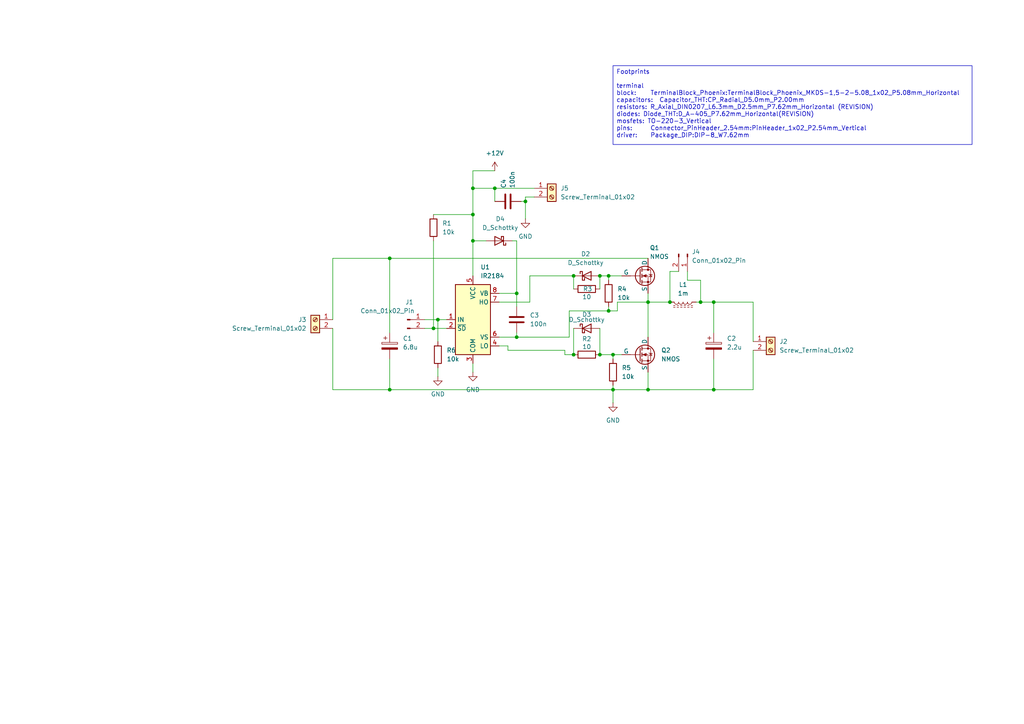
<source format=kicad_sch>
(kicad_sch (version 20231120) (generator "eeschema") (generator_version "8.0")
  (paper "A4")
  (lib_symbols
    (symbol "Connector:Conn_01x02_Pin" (pin_names (offset 1.016) hide)
      (property "Reference" "J" (at 0 2.54 0))
      (property "Value" "Conn_01x02_Pin" (at 0 -5.08 0))
      (symbol "Conn_01x02_Pin_1_1"
        (polyline (pts (xy 1.27 -2.54) (xy 0.8636 -2.54)) (stroke (width 0.1524)))
        (polyline (pts (xy 1.27 0) (xy 0.8636 0)) (stroke (width 0.1524)))
        (rectangle (start 0.8636 -2.413) (end 0 -2.667) (stroke (width 0.1524)) (fill (type outline)))
        (rectangle (start 0.8636 0.127) (end 0 -0.127) (stroke (width 0.1524)) (fill (type outline)))
        (pin passive line (at 5.08 0 180) (length 3.81) (name "Pin_1") (number "1"))
        (pin passive line (at 5.08 -2.54 180) (length 3.81) (name "Pin_2") (number "2"))
      )
    )
    (symbol "Connector:Screw_Terminal_01x02" (pin_names (offset 1.016) hide)
      (property "Reference" "J" (at 0 2.54 0))
      (property "Value" "Screw_Terminal_01x02" (at 0 -5.08 0))
      (symbol "Screw_Terminal_01x02_1_1"
        (rectangle (start -1.27 1.27) (end 1.27 -3.81) (stroke (width 0.254)) (fill (type background)))
        (circle (center 0 -2.54) (radius 0.635) (stroke (width 0.1524)))
        (polyline (pts (xy -0.5334 -2.2098) (xy 0.3302 -3.048)) (stroke (width 0.1524)))
        (polyline (pts (xy -0.5334 0.3302) (xy 0.3302 -0.508)) (stroke (width 0.1524)))
        (polyline (pts (xy -0.3556 -2.032) (xy 0.508 -2.8702)) (stroke (width 0.1524)))
        (polyline (pts (xy -0.3556 0.508) (xy 0.508 -0.3302)) (stroke (width 0.1524)))
        (circle (center 0 0) (radius 0.635) (stroke (width 0.1524)))
        (pin passive line (at -5.08 0 0) (length 3.81) (name "Pin_1") (number "1"))
        (pin passive line (at -5.08 -2.54 0) (length 3.81) (name "Pin_2") (number "2"))
      )
    )
    (symbol "Device:C" (pin_numbers hide) (pin_names (offset 0.254))
      (property "Reference" "C" (at 0.635 2.54 0))
      (property "Value" "C" (at 0.635 -2.54 0))
      (symbol "C_0_1"
        (polyline (pts (xy -2.032 -0.762) (xy 2.032 -0.762)) (stroke (width 0.508)))
        (polyline (pts (xy -2.032 0.762) (xy 2.032 0.762)) (stroke (width 0.508)))
      )
      (symbol "C_1_1"
        (pin passive line (at 0 3.81 270) (length 2.794) (name "~") (number "1"))
        (pin passive line (at 0 -3.81 90) (length 2.794) (name "~") (number "2"))
      )
    )
    (symbol "Device:C_Polarized" (pin_numbers hide) (pin_names (offset 0.254))
      (property "Reference" "C" (at 0.635 2.54 0))
      (property "Value" "C_Polarized" (at 0.635 -2.54 0))
      (symbol "C_Polarized_0_1"
        (rectangle (start -2.286 0.508) (end 2.286 1.016))
        (polyline (pts (xy -1.778 2.286) (xy -0.762 2.286)))
        (polyline (pts (xy -1.27 2.794) (xy -1.27 1.778)))
        (rectangle (start 2.286 -0.508) (end -2.286 -1.016) (fill (type outline)))
      )
      (symbol "C_Polarized_1_1"
        (pin passive line (at 0 3.81 270) (length 2.794) (name "~") (number "1"))
        (pin passive line (at 0 -3.81 90) (length 2.794) (name "~") (number "2"))
      )
    )
    (symbol "Device:D_Schottky" (pin_numbers hide) (pin_names (offset 1.016) hide)
      (property "Reference" "D" (at 0 2.54 0))
      (property "Value" "D_Schottky" (at 0 -2.54 0))
      (symbol "D_Schottky_0_1"
        (polyline (pts (xy 1.27 0) (xy -1.27 0)))
        (polyline (pts (xy 1.27 1.27) (xy 1.27 -1.27) (xy -1.27 0) (xy 1.27 1.27)) (stroke (width 0.254)))
        (polyline (pts (xy -1.905 0.635) (xy -1.905 1.27) (xy -1.27 1.27) (xy -1.27 -1.27) (xy -0.635 -1.27) (xy -0.635 -0.635)) (stroke (width 0.254)))
      )
      (symbol "D_Schottky_1_1"
        (pin passive line (at -3.81 0 0) (length 2.54) (name "K") (number "1"))
        (pin passive line (at 3.81 0 180) (length 2.54) (name "A") (number "2"))
      )
    )
    (symbol "Device:L_Ferrite" (pin_numbers hide) (pin_names (offset 1.016) hide)
      (property "Reference" "L" (at -1.27 0 90))
      (property "Value" "L_Ferrite" (at 2.794 0 90))
      (symbol "L_Ferrite_0_1"
        (arc (start 0 -2.54) (mid 0.6323 -1.905) (end 0 -1.27))
        (arc (start 0 -1.27) (mid 0.6323 -0.635) (end 0 0))
        (polyline (pts (xy 1.016 -2.794) (xy 1.016 -2.286)))
        (polyline (pts (xy 1.016 -1.778) (xy 1.016 -1.27)))
        (polyline (pts (xy 1.016 -0.762) (xy 1.016 -0.254)))
        (polyline (pts (xy 1.016 0.254) (xy 1.016 0.762)))
        (polyline (pts (xy 1.016 1.27) (xy 1.016 1.778)))
        (polyline (pts (xy 1.016 2.286) (xy 1.016 2.794)))
        (polyline (pts (xy 1.524 -2.286) (xy 1.524 -2.794)))
        (polyline (pts (xy 1.524 -1.27) (xy 1.524 -1.778)))
        (polyline (pts (xy 1.524 -0.254) (xy 1.524 -0.762)))
        (polyline (pts (xy 1.524 0.762) (xy 1.524 0.254)))
        (polyline (pts (xy 1.524 1.778) (xy 1.524 1.27)))
        (polyline (pts (xy 1.524 2.794) (xy 1.524 2.286)))
        (arc (start 0 0) (mid 0.6323 0.635) (end 0 1.27))
        (arc (start 0 1.27) (mid 0.6323 1.905) (end 0 2.54))
      )
      (symbol "L_Ferrite_1_1"
        (pin passive line (at 0 3.81 270) (length 1.27) (name "1") (number "1"))
        (pin passive line (at 0 -3.81 90) (length 1.27) (name "2") (number "2"))
      )
    )
    (symbol "Device:R" (pin_numbers hide) (pin_names (offset 0))
      (property "Reference" "R" (at 2.032 0 90))
      (property "Value" "R" (at 0 0 90))
      (symbol "R_0_1"
        (rectangle (start -1.016 -2.54) (end 1.016 2.54) (stroke (width 0.254)))
      )
      (symbol "R_1_1"
        (pin passive line (at 0 3.81 270) (length 1.27) (name "~") (number "1"))
        (pin passive line (at 0 -3.81 90) (length 1.27) (name "~") (number "2"))
      )
    )
    (symbol "Driver_FET:IR2184"
      (property "Reference" "U" (at 1.27 13.335 0))
      (property "Value" "IR2184" (at 1.27 11.43 0))
      (symbol "IR2184_0_1"
        (rectangle (start -5.08 -10.16) (end 5.08 10.16) (stroke (width 0.254)) (fill (type background)))
      )
      (symbol "IR2184_1_1"
        (pin input line (at -7.62 0 0) (length 2.54) (name "IN") (number "1"))
        (pin input line (at -7.62 -2.54 0) (length 2.54) (name "~{SD}") (number "2"))
        (pin power_in line (at 0 -12.7 90) (length 2.54) (name "COM") (number "3"))
        (pin output line (at 7.62 -7.62 180) (length 2.54) (name "LO") (number "4"))
        (pin power_in line (at 0 12.7 270) (length 2.54) (name "VCC") (number "5"))
        (pin passive line (at 7.62 -5.08 180) (length 2.54) (name "VS") (number "6"))
        (pin output line (at 7.62 5.08 180) (length 2.54) (name "HO") (number "7"))
        (pin passive line (at 7.62 7.62 180) (length 2.54) (name "VB") (number "8"))
      )
    )
    (symbol "Simulation_SPICE:NMOS" (pin_numbers hide) (pin_names (offset 0))
      (property "Reference" "Q" (at 5.08 1.27 0))
      (property "Value" "NMOS" (at 5.08 -1.27 0))
      (symbol "NMOS_0_1"
        (polyline (pts (xy 0.254 0) (xy -2.54 0)))
        (polyline (pts (xy 0.254 1.905) (xy 0.254 -1.905)) (stroke (width 0.254)))
        (polyline (pts (xy 0.762 -1.27) (xy 0.762 -2.286)) (stroke (width 0.254)))
        (polyline (pts (xy 0.762 0.508) (xy 0.762 -0.508)) (stroke (width 0.254)))
        (polyline (pts (xy 0.762 2.286) (xy 0.762 1.27)) (stroke (width 0.254)))
        (polyline (pts (xy 2.54 2.54) (xy 2.54 1.778)))
        (polyline (pts (xy 2.54 -2.54) (xy 2.54 0) (xy 0.762 0)))
        (polyline (pts (xy 0.762 -1.778) (xy 3.302 -1.778) (xy 3.302 1.778) (xy 0.762 1.778)))
        (polyline (pts (xy 1.016 0) (xy 2.032 0.381) (xy 2.032 -0.381) (xy 1.016 0)) (fill (type outline)))
        (polyline (pts (xy 2.794 0.508) (xy 2.921 0.381) (xy 3.683 0.381) (xy 3.81 0.254)))
        (polyline (pts (xy 3.302 0.381) (xy 2.921 -0.254) (xy 3.683 -0.254) (xy 3.302 0.381)))
        (circle (center 1.651 0) (radius 2.794) (stroke (width 0.254)))
        (circle (center 2.54 -1.778) (radius 0.254) (fill (type outline)))
        (circle (center 2.54 1.778) (radius 0.254) (fill (type outline)))
      )
      (symbol "NMOS_1_1"
        (pin passive line (at 2.54 5.08 270) (length 2.54) (name "D") (number "1"))
        (pin input line (at -5.08 0 0) (length 2.54) (name "G") (number "2"))
        (pin passive line (at 2.54 -5.08 90) (length 2.54) (name "S") (number "3"))
      )
    )
    (symbol "power:+12V" (power) (pin_numbers hide) (pin_names (offset 0) hide)
      (property "Value" "+12V" (at 0 3.556 0))
      (symbol "+12V_0_1"
        (polyline (pts (xy -0.762 1.27) (xy 0 2.54)))
        (polyline (pts (xy 0 0) (xy 0 2.54)))
        (polyline (pts (xy 0 2.54) (xy 0.762 1.27)))
      )
      (symbol "+12V_1_1"
        (pin power_in line (at 0 0 90) (length 0) (name "~") (number "1"))
      )
    )
    (symbol "power:GND" (power) (pin_numbers hide) (pin_names (offset 0) hide)
      (property "Value" "GND" (at 0 -3.81 0))
      (symbol "GND_0_1"
        (polyline (pts (xy 0 0) (xy 0 -1.27) (xy 1.27 -1.27) (xy 0 -2.54) (xy -1.27 -1.27) (xy 0 -1.27)))
      )
      (symbol "GND_1_1"
        (pin power_in line (at 0 0 270) (length 0) (name "~") (number "1"))
      )
    )
  )
  (junction (at 127 92.71))
  (junction (at 125.73 95.25))
  (junction (at 207.01 87.63))
  (junction (at 137.16 62.23))
  (junction (at 143.51 54.61))
  (junction (at 166.37 80.01))
  (junction (at 187.96 113.03))
  (junction (at 113.03 113.03))
  (junction (at 194.31 87.63))
  (junction (at 177.8 113.03))
  (junction (at 137.16 54.61))
  (junction (at 152.4 58.42))
  (junction (at 113.03 74.93))
  (junction (at 187.96 87.63))
  (junction (at 173.99 80.01))
  (junction (at 203.2 87.63))
  (junction (at 137.16 69.85))
  (junction (at 207.01 113.03))
  (junction (at 149.86 85.09))
  (junction (at 149.86 97.79))
  (junction (at 176.53 80.01))
  (junction (at 173.99 102.87))
  (junction (at 176.53 90.17))
  (junction (at 166.37 102.87))
  (junction (at 177.8 102.87))
  (wire (pts (xy 187.96 107.95) (xy 187.96 113.03)))
  (wire (pts (xy 177.8 113.03) (xy 177.8 116.84)))
  (wire (pts (xy 218.44 99.06) (xy 218.44 87.63)))
  (wire (pts (xy 127 92.71) (xy 129.54 92.71)))
  (wire (pts (xy 176.53 80.01) (xy 173.99 80.01)))
  (wire (pts (xy 144.78 87.63) (xy 153.67 87.63)))
  (wire (pts (xy 123.19 92.71) (xy 127 92.71)))
  (wire (pts (xy 149.86 97.79) (xy 165.1 97.79)))
  (wire (pts (xy 194.31 78.74) (xy 194.31 87.63)))
  (wire (pts (xy 143.51 54.61) (xy 154.94 54.61)))
  (wire (pts (xy 199.39 78.74) (xy 199.39 81.28)))
  (wire (pts (xy 166.37 95.25) (xy 166.37 102.87)))
  (wire (pts (xy 187.96 87.63) (xy 187.96 97.79)))
  (wire (pts (xy 176.53 81.28) (xy 176.53 80.01)))
  (wire (pts (xy 203.2 81.28) (xy 203.2 87.63)))
  (wire (pts (xy 144.78 97.79) (xy 149.86 97.79)))
  (wire (pts (xy 196.85 78.74) (xy 194.31 78.74)))
  (wire (pts (xy 151.13 58.42) (xy 152.4 58.42)))
  (wire (pts (xy 152.4 57.15) (xy 154.94 57.15)))
  (wire (pts (xy 177.8 113.03) (xy 187.96 113.03)))
  (wire (pts (xy 96.52 113.03) (xy 113.03 113.03)))
  (wire (pts (xy 137.16 69.85) (xy 140.97 69.85)))
  (wire (pts (xy 173.99 95.25) (xy 173.99 102.87)))
  (wire (pts (xy 207.01 87.63) (xy 207.01 96.52)))
  (wire (pts (xy 127 109.22) (xy 127 106.68)))
  (wire (pts (xy 149.86 69.85) (xy 149.86 85.09)))
  (wire (pts (xy 218.44 113.03) (xy 207.01 113.03)))
  (wire (pts (xy 187.96 87.63) (xy 194.31 87.63)))
  (wire (pts (xy 137.16 54.61) (xy 137.16 62.23)))
  (wire (pts (xy 173.99 102.87) (xy 177.8 102.87)))
  (wire (pts (xy 96.52 74.93) (xy 96.52 92.71)))
  (wire (pts (xy 125.73 69.85) (xy 125.73 95.25)))
  (wire (pts (xy 165.1 90.17) (xy 176.53 90.17)))
  (wire (pts (xy 179.07 87.63) (xy 187.96 87.63)))
  (wire (pts (xy 149.86 96.52) (xy 149.86 97.79)))
  (wire (pts (xy 143.51 54.61) (xy 143.51 58.42)))
  (wire (pts (xy 127 92.71) (xy 127 99.06)))
  (wire (pts (xy 148.59 69.85) (xy 149.86 69.85)))
  (wire (pts (xy 113.03 74.93) (xy 113.03 96.52)))
  (wire (pts (xy 165.1 97.79) (xy 165.1 90.17)))
  (wire (pts (xy 144.78 85.09) (xy 149.86 85.09)))
  (wire (pts (xy 125.73 62.23) (xy 137.16 62.23)))
  (wire (pts (xy 137.16 54.61) (xy 143.51 54.61)))
  (wire (pts (xy 137.16 69.85) (xy 137.16 80.01)))
  (wire (pts (xy 176.53 88.9) (xy 176.53 90.17)))
  (wire (pts (xy 177.8 102.87) (xy 180.34 102.87)))
  (wire (pts (xy 125.73 95.25) (xy 129.54 95.25)))
  (wire (pts (xy 137.16 49.53) (xy 137.16 54.61)))
  (wire (pts (xy 147.32 100.33) (xy 147.32 101.6)))
  (wire (pts (xy 218.44 101.6) (xy 218.44 113.03)))
  (wire (pts (xy 179.07 90.17) (xy 179.07 87.63)))
  (wire (pts (xy 153.67 87.63) (xy 153.67 80.01)))
  (wire (pts (xy 207.01 104.14) (xy 207.01 113.03)))
  (wire (pts (xy 144.78 100.33) (xy 147.32 100.33)))
  (wire (pts (xy 137.16 107.95) (xy 137.16 105.41)))
  (wire (pts (xy 173.99 83.82) (xy 173.99 80.01)))
  (wire (pts (xy 149.86 88.9) (xy 149.86 85.09)))
  (wire (pts (xy 152.4 63.5) (xy 152.4 58.42)))
  (wire (pts (xy 166.37 80.01) (xy 166.37 83.82)))
  (wire (pts (xy 177.8 111.76) (xy 177.8 113.03)))
  (wire (pts (xy 113.03 113.03) (xy 177.8 113.03)))
  (wire (pts (xy 176.53 90.17) (xy 179.07 90.17)))
  (wire (pts (xy 137.16 49.53) (xy 143.51 49.53)))
  (wire (pts (xy 113.03 104.14) (xy 113.03 113.03)))
  (wire (pts (xy 147.32 101.6) (xy 163.83 101.6)))
  (wire (pts (xy 199.39 81.28) (xy 203.2 81.28)))
  (wire (pts (xy 187.96 85.09) (xy 187.96 87.63)))
  (wire (pts (xy 152.4 58.42) (xy 152.4 57.15)))
  (wire (pts (xy 176.53 80.01) (xy 180.34 80.01)))
  (wire (pts (xy 153.67 80.01) (xy 166.37 80.01)))
  (wire (pts (xy 113.03 74.93) (xy 96.52 74.93)))
  (wire (pts (xy 218.44 87.63) (xy 207.01 87.63)))
  (wire (pts (xy 207.01 113.03) (xy 187.96 113.03)))
  (wire (pts (xy 137.16 62.23) (xy 137.16 69.85)))
  (wire (pts (xy 123.19 95.25) (xy 125.73 95.25)))
  (wire (pts (xy 203.2 87.63) (xy 207.01 87.63)))
  (wire (pts (xy 201.93 87.63) (xy 203.2 87.63)))
  (wire (pts (xy 113.03 74.93) (xy 187.96 74.93)))
  (wire (pts (xy 177.8 104.14) (xy 177.8 102.87)))
  (wire (pts (xy 96.52 95.25) (xy 96.52 113.03)))
  (wire (pts (xy 163.83 101.6) (xy 163.83 102.87)))
  (wire (pts (xy 163.83 102.87) (xy 166.37 102.87)))
  (text_box "Footprints \n\nterminal block:	TerminalBlock_Phoenix:TerminalBlock_Phoenix_MKDS-1,5-2-5.08_1x02_P5.08mm_Horizontal \ncapacitors:  Capacitor_THT:CP_Radial_D5.0mm_P2.00mm \nresistors: R_Axial_DIN0207_L6.3mm_D2.5mm_P7.62mm_Horizontal (REVISION)\ndiodes: Diode_THT:D_A-405_P7.62mm_Horizontal(REVISION)\nmosfets: TO-220-3_Vertical\npins:	Connector_PinHeader_2.54mm:PinHeader_1x02_P2.54mm_Vertical\ndriver:	Package_DIP:DIP-8_W7.62mm" (at 177.8 19.05 0) (size 104.14 22.86) (effects (font (size 1.27 1.27)) (justify left top)))
  (symbol (lib_id "power:GND") (at 177.8 116.84 0) (unit 1)
    (property "Reference" "#PWR03" (effects (hide yes)))
    (property "Value" "GND" (at 177.8 121.92 0))
    (property "Description" "Power symbol creates a global label with name \"GND\" , ground" (effects (hide yes)))
  )
  (symbol (lib_id "Connector:Conn_01x02_Pin") (at 199.39 73.66 270) (unit 1)
    (property "Reference" "J4" (at 200.66 73.0249 90) (effects (justify left)))
    (property "Value" "Conn_01x02_Pin" (at 200.66 75.5649 90) (effects (justify left)))
    (property "Footprint" "Connector_PinHeader_2.54mm:PinHeader_1x02_P2.54mm_Vertical" (effects (hide yes)))
    (property "Description" "Generic connector, single row, 01x02, script generated" (effects (hide yes)))
  )
  (symbol (lib_id "Device:R") (at 125.73 66.04 0) (unit 1)
    (property "Reference" "R1" (at 128.27 64.7699 0) (effects (justify left)))
    (property "Value" "10k" (at 128.27 67.3099 0) (effects (justify left)))
    (property "Footprint" "Resistor_THT:R_Axial_DIN0207_L6.3mm_D2.5mm_P7.62mm_Horizontal" (effects (hide yes)))
    (property "Description" "Resistor" (effects (hide yes)))
  )
  (symbol (lib_id "Device:C") (at 149.86 92.71 0) (unit 1)
    (property "Reference" "C3" (at 153.67 91.4399 0) (effects (justify left)))
    (property "Value" "100n" (at 153.67 93.9799 0) (effects (justify left)))
    (property "Footprint" "Capacitor_THT:CP_Radial_D5.0mm_P2.00mm" (effects (hide yes)))
    (property "Description" "Unpolarized capacitor" (effects (hide yes)))
  )
  (symbol (lib_id "Device:D_Schottky") (at 144.78 69.85 180) (unit 1)
    (property "Reference" "D4" (at 145.0975 63.5 0))
    (property "Value" "D_Schottky" (at 145.0975 66.04 0))
    (property "Footprint" "Diode_THT:D_A-405_P7.62mm_Horizontal" (effects (hide yes)))
    (property "Description" "Schottky diode" (effects (hide yes)))
  )
  (symbol (lib_id "Connector:Conn_01x02_Pin") (at 118.11 92.71 0) (unit 1)
    (property "Reference" "J1" (at 118.745 87.63 0))
    (property "Value" "Conn_01x02_Pin" (at 112.395 90.17 0))
    (property "Footprint" "Connector_PinHeader_2.54mm:PinHeader_1x02_P2.54mm_Vertical" (effects (hide yes)))
    (property "Description" "Generic connector, single row, 01x02, script generated" (effects (hide yes)))
  )
  (symbol (lib_id "Device:D_Schottky") (at 170.18 95.25 0) (unit 1)
    (property "Reference" "D3" (at 170.18 91.186 0))
    (property "Value" "D_Schottky" (at 170.18 92.71 0))
    (property "Footprint" "Diode_THT:D_A-405_P7.62mm_Horizontal" (effects (hide yes)))
    (property "Description" "Schottky diode" (effects (hide yes)))
  )
  (symbol (lib_id "Device:L_Ferrite") (at 198.12 87.63 270) (unit 1)
    (property "Reference" "L1" (at 198.12 82.55 90))
    (property "Value" "1m" (at 198.12 85.09 90))
    (property "Footprint" "BUCK_INDUCTOR:buck_inductor" (effects (hide yes)))
    (property "Description" "Inductor with ferrite core" (effects (hide yes)))
  )
  (symbol (lib_id "Device:R") (at 176.53 85.09 0) (unit 1)
    (property "Reference" "R4" (at 179.07 83.8199 0) (effects (justify left)))
    (property "Value" "10k" (at 179.07 86.3599 0) (effects (justify left)))
    (property "Footprint" "Resistor_THT:R_Axial_DIN0207_L6.3mm_D2.5mm_P7.62mm_Horizontal" (effects (hide yes)))
    (property "Description" "Resistor" (effects (hide yes)))
  )
  (symbol (lib_id "power:+12V") (at 143.51 49.53 0) (unit 1)
    (property "Reference" "#PWR01" (effects (hide yes)))
    (property "Value" "+12V" (at 143.51 44.45 0))
    (property "Description" "Power symbol creates a global label with name \"+12V\"" (effects (hide yes)))
  )
  (symbol (lib_id "Device:R") (at 127 102.87 0) (unit 1)
    (property "Reference" "R6" (at 129.54 101.5999 0) (effects (justify left)))
    (property "Value" "10k" (at 129.54 104.1399 0) (effects (justify left)))
    (property "Footprint" "Resistor_THT:R_Axial_DIN0207_L6.3mm_D2.5mm_P7.62mm_Horizontal" (effects (hide yes)))
    (property "Description" "Resistor" (effects (hide yes)))
  )
  (symbol (lib_id "Connector:Screw_Terminal_01x02") (at 160.02 54.61 0) (unit 1)
    (property "Reference" "J5" (at 162.56 54.6099 0) (effects (justify left)))
    (property "Value" "Screw_Terminal_01x02" (at 162.56 57.1499 0) (effects (justify left)))
    (property "Footprint" "TerminalBlock_Phoenix:TerminalBlock_Phoenix_MKDS-1,5-2-5.08_1x02_P5.08mm_Horizontal" (effects (hide yes)))
    (property "Description" "Generic screw terminal, single row, 01x02, script generated (kicad-library-utils/schlib/autogen/connector/)" (effects (hide yes)))
  )
  (symbol (lib_id "Device:C") (at 147.32 58.42 90) (unit 1)
    (property "Reference" "C4" (at 146.0499 54.61 0) (effects (justify left)))
    (property "Value" "100n" (at 148.5899 54.61 0) (effects (justify left)))
    (property "Footprint" "Capacitor_THT:CP_Radial_D5.0mm_P2.00mm" (effects (hide yes)))
    (property "Description" "Unpolarized capacitor" (effects (hide yes)))
  )
  (symbol (lib_id "Device:R") (at 170.18 102.87 90) (unit 1)
    (property "Reference" "R2" (at 170.18 98.298 90))
    (property "Value" "10" (at 170.18 100.584 90))
    (property "Footprint" "R_Axial_DIN0207_L6.3mm_D2.5mm_P7.62mm_Horizontal" (effects (hide yes)))
    (property "Description" "Resistor" (effects (hide yes)))
  )
  (symbol (lib_id "Device:R") (at 170.18 83.82 90) (unit 1)
    (property "Reference" "R3" (at 170.434 83.82 90))
    (property "Value" "10" (at 170.18 86.106 90))
    (property "Footprint" "R_Axial_DIN0207_L6.3mm_D2.5mm_P7.62mm_Horizontal" (effects (hide yes)))
    (property "Description" "Resistor" (effects (hide yes)))
  )
  (symbol (lib_id "Simulation_SPICE:NMOS") (at 185.42 102.87 0) (unit 1)
    (property "Reference" "Q2" (at 191.77 101.5999 0) (effects (justify left)))
    (property "Value" "NMOS" (at 191.77 104.1399 0) (effects (justify left)))
    (property "Footprint" "Package_TO_SOT_THT:TO-220-3_Vertical" (effects (hide yes)))
    (property "Datasheet" "https://ngspice.sourceforge.io/docs/ngspice-html-manual/manual.xhtml#cha_MOSFETs" (effects (hide yes)))
    (property "Description" "N-MOSFET transistor, drain/source/gate" (effects (hide yes)))
    (property "Sim.Device" "NMOS" (effects (hide yes)))
    (property "Sim.Type" "VDMOS" (effects (hide yes)))
    (property "Sim.Pins" "1=D 2=G 3=S" (effects (hide yes)))
  )
  (symbol (lib_id "Device:R") (at 177.8 107.95 0) (unit 1)
    (property "Reference" "R5" (at 180.34 106.6799 0) (effects (justify left)))
    (property "Value" "10k" (at 180.34 109.2199 0) (effects (justify left)))
    (property "Footprint" "R_Axial_DIN0207_L6.3mm_D2.5mm_P7.62mm_Horizontal" (effects (hide yes)))
    (property "Description" "Resistor" (effects (hide yes)))
  )
  (symbol (lib_id "Device:C_Polarized") (at 113.03 100.33 0) (unit 1)
    (property "Reference" "C1" (at 116.84 98.1709 0) (effects (justify left)))
    (property "Value" "6.8u" (at 116.84 100.7109 0) (effects (justify left)))
    (property "Footprint" "Capacitor_THT:CP_Radial_D5.0mm_P2.00mm" (effects (hide yes)))
    (property "Description" "Polarized capacitor" (effects (hide yes)))
  )
  (symbol (lib_id "Connector:Screw_Terminal_01x02") (at 91.44 92.71 0) (mirror y) (unit 1)
    (property "Reference" "J3" (at 88.9 92.7099 0) (effects (justify left)))
    (property "Value" "Screw_Terminal_01x02" (at 88.9 95.2499 0) (effects (justify left)))
    (property "Footprint" "TerminalBlock_Phoenix:TerminalBlock_Phoenix_MKDS-1,5-2-5.08_1x02_P5.08mm_Horizontal" (effects (hide yes)))
    (property "Description" "Generic screw terminal, single row, 01x02, script generated (kicad-library-utils/schlib/autogen/connector/)" (effects (hide yes)))
  )
  (symbol (lib_id "Device:C_Polarized") (at 207.01 100.33 0) (unit 1)
    (property "Reference" "C2" (at 210.82 98.1709 0) (effects (justify left)))
    (property "Value" "2.2u" (at 210.82 100.7109 0) (effects (justify left)))
    (property "Footprint" "Capacitor_THT:CP_Radial_D5.0mm_P2.00mm" (effects (hide yes)))
    (property "Description" "Polarized capacitor" (effects (hide yes)))
  )
  (symbol (lib_id "Simulation_SPICE:NMOS") (at 185.42 80.01 0) (unit 1)
    (property "Reference" "Q1" (at 188.468 71.882 0) (effects (justify left)))
    (property "Value" "NMOS" (at 188.468 74.422 0) (effects (justify left)))
    (property "Footprint" "Package_TO_SOT_THT:TO-220-3_Vertical" (effects (hide yes)))
    (property "Datasheet" "https://ngspice.sourceforge.io/docs/ngspice-html-manual/manual.xhtml#cha_MOSFETs" (effects (hide yes)))
    (property "Description" "N-MOSFET transistor, drain/source/gate" (effects (hide yes)))
    (property "Sim.Device" "NMOS" (effects (hide yes)))
    (property "Sim.Type" "VDMOS" (effects (hide yes)))
    (property "Sim.Pins" "1=D 2=G 3=S" (effects (hide yes)))
  )
  (symbol (lib_id "Driver_FET:IR2184") (at 137.16 92.71 0) (unit 1)
    (property "Reference" "U1" (at 139.3541 77.47 0) (effects (justify left)))
    (property "Value" "IR2184" (at 139.3541 80.01 0) (effects (justify left)))
    (property "Footprint" "Package_DIP:DIP-8_W7.62mm" (effects (hide yes)))
    (property "Datasheet" "https://www.infineon.com/dgdl/ir2184.pdf?fileId=5546d462533600a4015355c955e616d4" (effects (hide yes)))
    (property "Description" "Half-Bridge Driver, 600V, 1.4/1.8A, PDIP-8/SOIC-8" (effects (hide yes)))
  )
  (symbol (lib_id "Connector:Screw_Terminal_01x02") (at 223.52 99.06 0) (unit 1)
    (property "Reference" "J2" (at 226.06 99.0599 0) (effects (justify left)))
    (property "Value" "Screw_Terminal_01x02" (at 226.06 101.5999 0) (effects (justify left)))
    (property "Footprint" "TerminalBlock_Phoenix:TerminalBlock_Phoenix_MKDS-1,5-2-5.08_1x02_P5.08mm_Horizontal" (effects (hide yes)))
    (property "Description" "Generic screw terminal, single row, 01x02, script generated (kicad-library-utils/schlib/autogen/connector/)" (effects (hide yes)))
  )
  (symbol (lib_id "Device:D_Schottky") (at 170.18 80.01 0) (unit 1)
    (property "Reference" "D2" (at 169.8625 73.66 0))
    (property "Value" "D_Schottky" (at 169.8625 76.2 0))
    (property "Footprint" "Diode_THT:D_A-405_P7.62mm_Horizontal" (effects (hide yes)))
    (property "Description" "Schottky diode" (effects (hide yes)))
  )
  (symbol (lib_id "power:GND") (at 127 109.22 0) (unit 1)
    (property "Reference" "#PWR04" (effects (hide yes)))
    (property "Value" "GND" (at 127 114.3 0))
    (property "Description" "Power symbol creates a global label with name \"GND\" , ground" (effects (hide yes)))
  )
  (symbol (lib_id "power:GND") (at 152.4 63.5 0) (unit 1)
    (property "Reference" "#PWR05" (effects (hide yes)))
    (property "Value" "GND" (at 152.4 68.58 0))
    (property "Description" "Power symbol creates a global label with name \"GND\" , ground" (effects (hide yes)))
  )
  (symbol (lib_id "power:GND") (at 137.16 107.95 0) (unit 1)
    (property "Reference" "#PWR02" (effects (hide yes)))
    (property "Value" "GND" (at 137.16 113.03 0))
    (property "Description" "Power symbol creates a global label with name \"GND\" , ground" (effects (hide yes)))
  )
)
</source>
